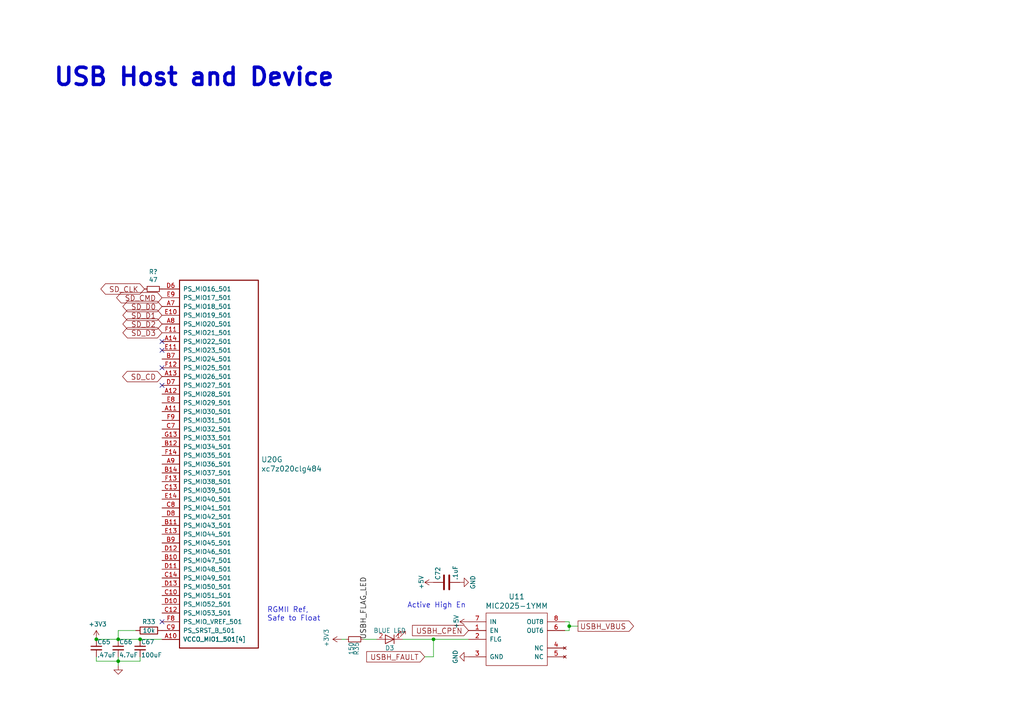
<source format=kicad_sch>
(kicad_sch (version 20230121) (generator eeschema)
  (paper "A4")
  (junction (at 40.64 185.42))
  (junction (at 34.29 191.77))
  (junction (at 34.29 185.42))
  (junction (at 125.73 185.42))
  (junction (at 27.94 185.42))
  (junction (at 165.1 181.61))
  (no_connect (at 46.99 106.68))
  (no_connect (at 46.99 180.34))
  (no_connect (at 46.99 101.6))
  (no_connect (at 46.99 111.76))
  (no_connect (at 46.99 99.06))
  (wire (pts (xy 34.29 191.77) (xy 34.29 190.5)))
  (wire (pts (xy 34.29 185.42) (xy 40.64 185.42)))
  (wire (pts (xy 100.33 185.42) (xy 99.06 185.42)))
  (wire (pts (xy 34.29 191.77) (xy 34.29 193.04)))
  (wire (pts (xy 40.64 191.77) (xy 40.64 190.5)))
  (wire (pts (xy 165.1 180.34) (xy 163.83 180.34)))
  (wire (pts (xy 27.94 191.77) (xy 34.29 191.77)))
  (wire (pts (xy 34.29 182.88) (xy 34.29 185.42)))
  (wire (pts (xy 165.1 180.34) (xy 165.1 181.61)))
  (wire (pts (xy 123.19 190.5) (xy 125.73 190.5)))
  (wire (pts (xy 34.29 191.77) (xy 40.64 191.77)))
  (wire (pts (xy 165.1 182.88) (xy 165.1 181.61)))
  (wire (pts (xy 125.73 185.42) (xy 116.84 185.42)))
  (wire (pts (xy 163.83 182.88) (xy 165.1 182.88)))
  (wire (pts (xy 27.94 185.42) (xy 34.29 185.42)))
  (wire (pts (xy 39.37 182.88) (xy 34.29 182.88)))
  (wire (pts (xy 27.94 190.5) (xy 27.94 191.77)))
  (wire (pts (xy 105.41 185.42) (xy 109.22 185.42)))
  (wire (pts (xy 125.73 190.5) (xy 125.73 185.42)))
  (wire (pts (xy 165.1 181.61) (xy 167.64 181.61)))
  (wire (pts (xy 135.89 185.42) (xy 125.73 185.42)))
  (wire (pts (xy 46.99 185.42) (xy 40.64 185.42)))
  (text "USB Host and Device" (at 15.24 25.4 0) (effects (font (size 5.0038 5.0038) (thickness 1.0008) bold) (justify left bottom)))
  (text "RGMII Ref, \nSafe to Float" (at 77.47 180.34 0) (effects (font (size 1.524 1.524)) (justify left bottom)))
  (text "Active High En" (at 118.11 176.53 0) (effects (font (size 1.524 1.524)) (justify left bottom)))
  (label "USBH_FLAG_LED" (at 106.68 185.42 90) (effects (font (size 1.524 1.524))))
  (global_label "SD_CLK" (shape bidirectional) (at 41.91 83.82 180) (effects (font (size 1.524 1.524))) (property "Intersheetrefs" "${INTERSHEET_REFS}" (effects hide)))
  (global_label "SD_CD" (shape bidirectional) (at 46.99 109.22 180) (effects (font (size 1.524 1.524))) (property "Intersheetrefs" "${INTERSHEET_REFS}" (effects hide)))
  (global_label "SD_CMD" (shape bidirectional) (at 46.99 86.36 180) (effects (font (size 1.524 1.524))) (property "Intersheetrefs" "${INTERSHEET_REFS}" (effects hide)))
  (global_label "USBH_FAULT" (shape input) (at 123.19 190.5 180) (effects (font (size 1.524 1.524))) (property "Intersheetrefs" "${INTERSHEET_REFS}" (effects hide)))
  (global_label "USBH_VBUS" (shape output) (at 167.64 181.61 0) (effects (font (size 1.524 1.524))) (property "Intersheetrefs" "${INTERSHEET_REFS}" (effects hide)))
  (global_label "SD_D0" (shape bidirectional) (at 46.99 88.9 180) (effects (font (size 1.524 1.524))) (property "Intersheetrefs" "${INTERSHEET_REFS}" (effects hide)))
  (global_label "USBH_CPEN" (shape input) (at 135.89 182.88 180) (effects (font (size 1.524 1.524))) (property "Intersheetrefs" "${INTERSHEET_REFS}" (effects hide)))
  (global_label "SD_D2" (shape bidirectional) (at 46.99 93.98 180) (effects (font (size 1.524 1.524))) (property "Intersheetrefs" "${INTERSHEET_REFS}" (effects hide)))
  (global_label "SD_D1" (shape bidirectional) (at 46.99 91.44 180) (effects (font (size 1.524 1.524))) (property "Intersheetrefs" "${INTERSHEET_REFS}" (effects hide)))
  (global_label "SD_D3" (shape bidirectional) (at 46.99 96.52 180) (effects (font (size 1.524 1.524))) (property "Intersheetrefs" "${INTERSHEET_REFS}" (effects hide)))
  (symbol (lib_id "power:+5V") (at 135.89 180.34 90) (unit 1)
    (property "Reference" "#PWR0110" (effects hide))
    (property "Value" "+5V" (at 132.334 180.34 0))
  )
  (symbol (lib_id "power:GND") (at 135.89 190.5 270) (unit 1)
    (property "Reference" "#PWR0111" (effects hide))
    (property "Value" "GND" (at 132.08 190.5 0))
  )
  (symbol (lib_id "Micrel:MIC2025-1YMM") (at 140.97 193.04 0) (unit 1)
    (property "Reference" "U11" (at 149.86 173.0502 0) (effects (font (size 1.524 1.524))))
    (property "Value" "MIC2025-1YMM" (at 149.86 175.7426 0) (effects (font (size 1.524 1.524))))
    (property "Footprint" "SOP65P490X110-8N:SOP65P490X110-8N" (effects hide))
    (property "MFR" "Microchip" (effects hide))
    (property "MPN" "MIC2025-1YMM-TR" (effects hide))
    (property "SPR" "Digikey" (effects hide))
    (property "SPN" "MIC2025-1YMM-CT-ND" (effects hide))
    (property "SPURL" "-" (effects hide))
  )
  (symbol (lib_id "DFTBoard-rescue:LED-") (at 113.03 185.42 180) (unit 1)
    (property "Reference" "D3" (at 113.03 187.96 0))
    (property "Value" "BLUE LED" (at 113.03 182.88 0))
    (property "Footprint" "Capacitor_SMD:C_0603_1608Metric" (effects hide))
    (property "MFR" "Vishay Semiconductors" (effects hide))
    (property "MPN" "VLMB1300-GS08" (effects hide))
    (property "SPR" "Digikey" (effects hide))
    (property "SPN" "VLMB1300-GS08CT-ND" (effects hide))
  )
  (symbol (lib_id "Device:R_Small") (at 102.87 185.42 270) (unit 1)
    (property "Reference" "R35" (at 103.378 186.182 0) (effects (justify left)))
    (property "Value" "150" (at 101.854 186.182 0) (effects (justify left)))
    (property "Footprint" "Resistor_SMD:R_0402_1005Metric" (effects hide))
    (property "MFR" "Yageo" (effects hide))
    (property "MPN" "RC0402FR-07150RL" (effects hide))
    (property "SPR" "Digikey" (effects hide))
    (property "SPN" "311-150LRTR-ND" (effects hide))
  )
  (symbol (lib_id "power:+5V") (at 125.73 168.91 90) (unit 1)
    (property "Reference" "#PWR0108" (effects hide))
    (property "Value" "+5V" (at 122.174 168.91 0))
  )
  (symbol (lib_id "Device:C") (at 129.54 168.91 90) (unit 1)
    (property "Reference" "C72" (at 127 168.275 0) (effects (justify left)))
    (property "Value" ".1uF" (at 132.08 168.275 0) (effects (justify left)))
    (property "Footprint" "Capacitor_SMD:C_0402_1005Metric" (effects hide))
    (property "MFR" "Yageo" (effects hide))
    (property "MPN" "CC0402KRX7R6BB104" (effects hide))
    (property "SPR" "Digikey" (effects hide))
    (property "SPN" "311-1345-1-ND" (effects hide))
    (instances (project "DFTBoard" (path "" (reference "C72") (unit 1)) (path "" (reference "C?") (unit 1))))
  )
  (symbol (lib_id "power:GND") (at 133.35 168.91 90) (unit 1)
    (property "Reference" "#PWR0109" (effects hide))
    (property "Value" "GND" (at 137.16 168.91 0))
  )
  (symbol (lib_id "Device:R") (at 43.18 182.88 270) (unit 1)
    (property "Reference" "R33" (at 43.18 180.34 90))
    (property "Value" "10k" (at 43.18 182.88 90))
    (property "Footprint" "Resistor_SMD:R_0402_1005Metric" (effects hide))
    (property "MFR" "Yageo" (effects hide))
    (property "MPN" "RC0402FR-0710KL" (effects hide))
    (property "SPR" "Digikey" (effects hide))
    (property "SPN" "311-10.0KLRTR-ND" (effects hide))
  )
  (symbol (lib_id "power:+3V3") (at 27.94 185.42 0) (unit 1)
    (property "Reference" "#PWR0101" (effects hide))
    (property "Value" "+3.3V" (at 28.321 181.0258 0))
  )
  (symbol (lib_id "Device:C_Small") (at 40.64 187.96 0) (unit 1)
    (property "Reference" "C67" (at 40.894 186.182 0) (effects (justify left)))
    (property "Value" "100uF" (at 40.894 189.992 0) (effects (justify left)))
    (property "Footprint" "Capacitor_SMD:C_1210_3225Metric" (effects hide))
    (property "MFR" "TAIYO YUDEN" (effects hide))
    (property "MPN" "JMK325ABJ107MM-P" (effects hide))
    (property "SPR" "Digikey" (effects hide))
    (property "SPN" "587-4313-1-ND" (effects hide))
    (instances (project "DFTBoard" (path "" (reference "C67") (unit 1)) (path "" (reference "C?") (unit 1))))
  )
  (symbol (lib_id "Device:C_Small") (at 27.94 187.96 0) (unit 1)
    (property "Reference" "C65" (at 28.194 186.182 0) (effects (justify left)))
    (property "Value" ".47uF" (at 28.194 189.992 0) (effects (justify left)))
    (property "Footprint" "Capacitor_SMD:C_0402_1005Metric" (effects hide))
    (property "MFR" "Yageo" (effects hide))
    (property "MPN" "CC0402KRX5R5BB474" (effects hide))
    (property "SPR" "Digikey" (effects hide))
    (property "SPN" "311-1684-1-ND" (effects hide))
    (instances (project "DFTBoard" (path "" (reference "C65") (unit 1)) (path "" (reference "C?") (unit 1))))
  )
  (symbol (lib_id "Device:C_Small") (at 34.29 187.96 0) (unit 1)
    (property "Reference" "C66" (at 34.544 186.182 0) (effects (justify left)))
    (property "Value" "4.7uF" (at 34.544 189.992 0) (effects (justify left)))
    (property "Footprint" "Capacitor_SMD:C_0402_1005Metric" (effects hide))
    (property "MFR" "Murata" (effects hide))
    (property "MPN" "GRM155R60G475ME47D" (effects hide))
    (property "SPR" "Digikey" (effects hide))
    (property "SPN" "490-11980-1-ND" (effects hide))
    (instances (project "DFTBoard" (path "" (reference "C66") (unit 1)) (path "" (reference "C?") (unit 1))))
  )
  (symbol (lib_id "power:GND") (at 34.29 193.04 0) (unit 1)
    (property "Reference" "#PWR0102" (effects hide))
    (property "Value" "GND" (effects hide))
    (instances (project "DFTBoard" (path "" (reference "#PWR0102") (unit 1)) (path "" (reference "#PWR?") (unit 1))))
  )
  (symbol (lib_id "xilinx7:xc7z020clg484") (at 46.99 83.82 0) (unit 7)
    (property "Reference" "U20" (at 75.7174 133.2738 0) (effects (font (size 1.524 1.524)) (justify left)))
    (property "Value" "xc7z020clg484" (at 75.7174 135.9662 0) (effects (font (size 1.524 1.524)) (justify left)))
    (property "Footprint" "DFTcustom:BGA-484_19.0x19.0mm_Layout22x22_P0.80mm_dia0.40mm" (effects hide))
    (property "MFR" "Xilinx" (effects hide))
    (property "MPN" "XC7Z020-1CLG484C" (effects hide))
    (property "SPR" "Digikey" (effects hide))
    (property "SPN" "122-1850-ND" (effects hide))
    (property "SPURL" "-" (effects hide))
  )
  (symbol (lib_id "Device:R_Small") (at 44.45 83.82 270) (unit 1)
    (property "Reference" "R?" (at 44.45 78.8416 90))
    (property "Value" "47" (at 44.45 81.153 90))
    (property "Footprint" "Resistor_SMD:R_0402_1005Metric" (effects hide))
    (property "MFR" "Yageo" (effects hide))
    (property "MPN" "RC0402JR-0747RL" (effects hide))
    (property "SPR" "Digikey" (effects hide))
    (property "SPN" "311-47JRTR-ND" (effects hide))
    (property "SPURL" "-" (effects hide))
    (instances (project "DFTBoard" (path "" (reference "R?") (unit 1)) (path "" (reference "R26") (unit 1))))
  )
  (symbol (lib_id "power:+3V3") (at 99.06 185.42 90) (unit 1)
    (property "Reference" "#PWR0103" (effects hide))
    (property "Value" "+3.3V" (at 94.6658 185.039 0))
  )
)
</source>
